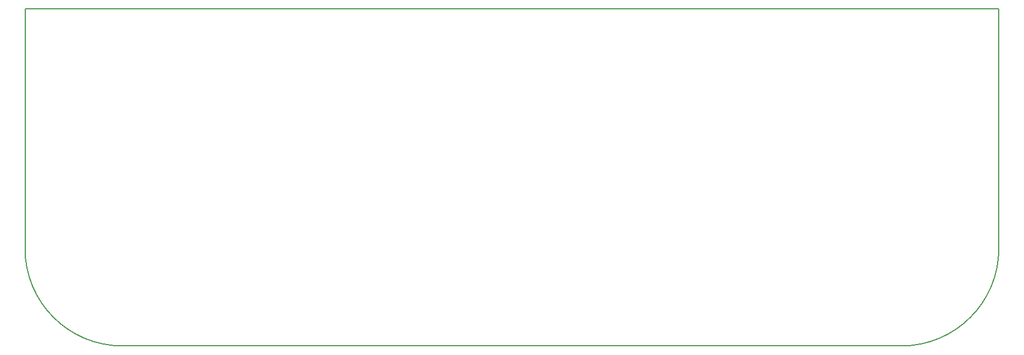
<source format=gbr>
G04 #@! TF.GenerationSoftware,KiCad,Pcbnew,8.0.4*
G04 #@! TF.CreationDate,2024-10-10T21:21:18-07:00*
G04 #@! TF.ProjectId,B5991,42353939-312e-46b6-9963-61645f706362,rev?*
G04 #@! TF.SameCoordinates,Original*
G04 #@! TF.FileFunction,Profile,NP*
%FSLAX46Y46*%
G04 Gerber Fmt 4.6, Leading zero omitted, Abs format (unit mm)*
G04 Created by KiCad (PCBNEW 8.0.4) date 2024-10-10 21:21:18*
%MOMM*%
%LPD*%
G01*
G04 APERTURE LIST*
G04 #@! TA.AperFunction,Profile*
%ADD10C,0.200000*%
G04 #@! TD*
G04 APERTURE END LIST*
D10*
X88745799Y-128200001D02*
G75*
G02*
X73745799Y-113200000I1J15000001D01*
G01*
X73745800Y-113200000D02*
X73745800Y-76200000D01*
X223745799Y-113200001D02*
G75*
G02*
X208745800Y-128199999I-14999999J1D01*
G01*
X73745800Y-76200000D02*
X223745800Y-76200000D01*
X223745800Y-76200000D02*
X223745799Y-113200001D01*
X208745800Y-128200000D02*
X88745800Y-128200000D01*
M02*

</source>
